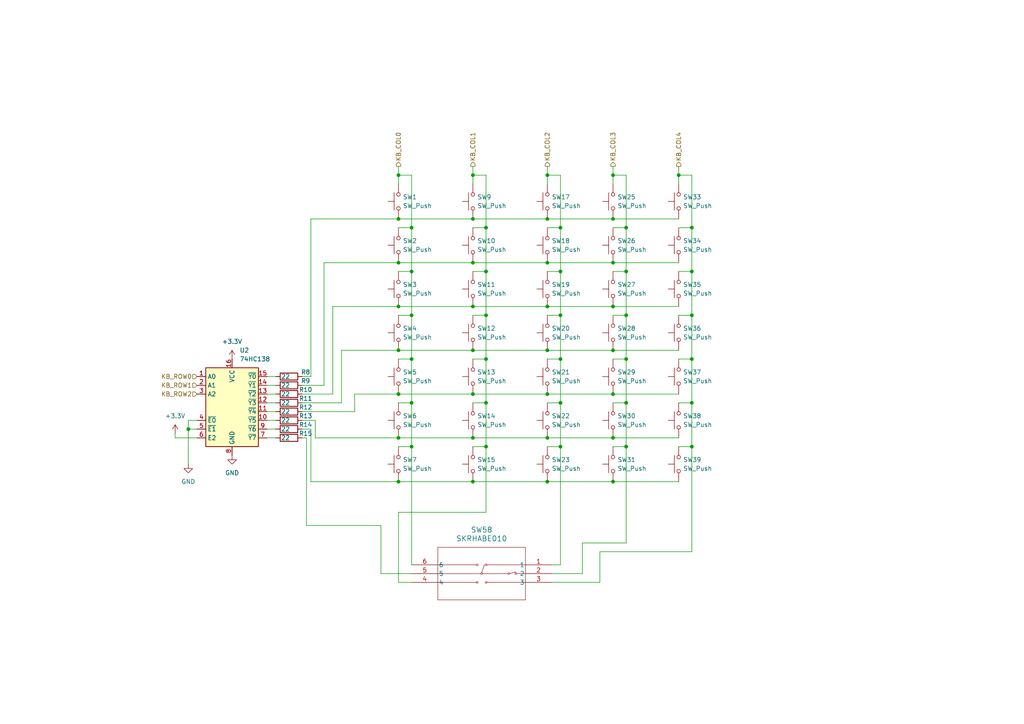
<source format=kicad_sch>
(kicad_sch (version 20231120) (generator "eeschema") (generator_version "8.0")
  (paper "A4")
  (lib_symbols
    (symbol "2024-05-18_00-01-46:SKRHABE010" (pin_names (offset 0.254))
      (property "Reference" "SW" (at 20.32 10.16 0))
      (property "Value" "SKRHABE010" (at 20.32 7.62 0))
      (symbol "SKRHABE010_0_1"
        (polyline (pts (xy 7.62 -10.16) (xy 33.02 -10.16)) (stroke (width 0.127)))
        (polyline (pts (xy 7.62 -5.08) (xy 18.796 -5.08)) (stroke (width 0.127)))
        (polyline (pts (xy 7.62 -2.54) (xy 10.16 -2.54)) (stroke (width 0.127)))
        (polyline (pts (xy 7.62 0) (xy 18.796 0)) (stroke (width 0.127)))
        (polyline (pts (xy 7.62 5.08) (xy 7.62 -10.16)) (stroke (width 0.127)))
        (polyline (pts (xy 12.192 -2.54) (xy 10.414 -2.032)) (stroke (width 0.127)))
        (polyline (pts (xy 12.7 -2.54) (xy 20.066 -2.54)) (stroke (width 0.127)))
        (polyline (pts (xy 20.32 -2.286) (xy 19.558 0)) (stroke (width 0.127)))
        (polyline (pts (xy 20.574 -2.54) (xy 33.02 -2.54)) (stroke (width 0.127)))
        (polyline (pts (xy 33.02 -10.16) (xy 33.02 5.08)) (stroke (width 0.127)))
        (polyline (pts (xy 33.02 -5.08) (xy 21.844 -5.08)) (stroke (width 0.127)))
        (polyline (pts (xy 33.02 0) (xy 21.844 0)) (stroke (width 0.127)))
        (polyline (pts (xy 33.02 5.08) (xy 7.62 5.08)) (stroke (width 0.127)))
        (circle (center 10.414 -2.54) (radius 0.254) (stroke (width 0.127)))
        (circle (center 12.446 -2.54) (radius 0.254) (stroke (width 0.127)))
        (circle (center 19.05 -5.08) (radius 0.254) (stroke (width 0.127)))
        (circle (center 19.05 0) (radius 0.254) (stroke (width 0.127)))
        (circle (center 20.32 -2.54) (radius 0.254) (stroke (width 0.127)))
        (circle (center 21.59 -5.08) (radius 0.254) (stroke (width 0.127)))
        (circle (center 21.59 0) (radius 0.254) (stroke (width 0.127)))
        (pin unspecified line (at 0 0 0) (length 7.62) (name "1") (number "1"))
        (pin unspecified line (at 0 -2.54 0) (length 7.62) (name "2") (number "2"))
        (pin unspecified line (at 0 -5.08 0) (length 7.62) (name "3") (number "3"))
        (pin unspecified line (at 40.64 -5.08 180) (length 7.62) (name "4") (number "4"))
        (pin unspecified line (at 40.64 -2.54 180) (length 7.62) (name "5") (number "5"))
        (pin unspecified line (at 40.64 0 180) (length 7.62) (name "6") (number "6"))
      )
    )
    (symbol "74xx:74HC138"
      (property "Reference" "U" (at -7.62 13.97 0))
      (property "Value" "74HC138" (at 2.54 -11.43 0))
      (symbol "74HC138_0_1"
        (rectangle (start -7.62 12.7) (end 7.62 -10.16) (stroke (width 0.254)) (fill (type background)))
      )
      (symbol "74HC138_1_1"
        (pin input line (at -10.16 10.16 0) (length 2.54) (name "A0") (number "1"))
        (pin output line (at 10.16 -2.54 180) (length 2.54) (name "~{Y5}") (number "10"))
        (pin output line (at 10.16 0 180) (length 2.54) (name "~{Y4}") (number "11"))
        (pin output line (at 10.16 2.54 180) (length 2.54) (name "~{Y3}") (number "12"))
        (pin output line (at 10.16 5.08 180) (length 2.54) (name "~{Y2}") (number "13"))
        (pin output line (at 10.16 7.62 180) (length 2.54) (name "~{Y1}") (number "14"))
        (pin output line (at 10.16 10.16 180) (length 2.54) (name "~{Y0}") (number "15"))
        (pin power_in line (at 0 15.24 270) (length 2.54) (name "VCC") (number "16"))
        (pin input line (at -10.16 7.62 0) (length 2.54) (name "A1") (number "2"))
        (pin input line (at -10.16 5.08 0) (length 2.54) (name "A2") (number "3"))
        (pin input line (at -10.16 -2.54 0) (length 2.54) (name "~{E0}") (number "4"))
        (pin input line (at -10.16 -5.08 0) (length 2.54) (name "~{E1}") (number "5"))
        (pin input line (at -10.16 -7.62 0) (length 2.54) (name "E2") (number "6"))
        (pin output line (at 10.16 -7.62 180) (length 2.54) (name "~{Y7}") (number "7"))
        (pin power_in line (at 0 -12.7 90) (length 2.54) (name "GND") (number "8"))
        (pin output line (at 10.16 -5.08 180) (length 2.54) (name "~{Y6}") (number "9"))
      )
    )
    (symbol "Device:R" (pin_numbers hide) (pin_names (offset 0))
      (property "Reference" "R" (at 2.032 0 90))
      (property "Value" "R" (at 0 0 90))
      (symbol "R_0_1"
        (rectangle (start -1.016 -2.54) (end 1.016 2.54) (stroke (width 0.254)))
      )
      (symbol "R_1_1"
        (pin passive line (at 0 3.81 270) (length 1.27) (name "~") (number "1"))
        (pin passive line (at 0 -3.81 90) (length 1.27) (name "~") (number "2"))
      )
    )
    (symbol "Switch:SW_Push" (pin_numbers hide) (pin_names (offset 1.016) hide)
      (property "Reference" "SW" (at 1.27 2.54 0))
      (property "Value" "SW_Push" (at 0 -1.524 0))
      (symbol "SW_Push_0_1"
        (circle (center -2.032 0) (radius 0.508))
        (polyline (pts (xy 0 1.27) (xy 0 3.048)))
        (polyline (pts (xy 2.54 1.27) (xy -2.54 1.27)))
        (circle (center 2.032 0) (radius 0.508))
        (pin passive line (at -5.08 0 0) (length 2.54) (name "1") (number "1"))
        (pin passive line (at 5.08 0 180) (length 2.54) (name "2") (number "2"))
      )
    )
    (symbol "power:+3.3V" (power) (pin_numbers hide) (pin_names (offset 0) hide)
      (property "Value" "+3.3V" (at 0 3.556 0))
      (symbol "+3.3V_0_1"
        (polyline (pts (xy -0.762 1.27) (xy 0 2.54)))
        (polyline (pts (xy 0 0) (xy 0 2.54)))
        (polyline (pts (xy 0 2.54) (xy 0.762 1.27)))
      )
      (symbol "+3.3V_1_1"
        (pin power_in line (at 0 0 90) (length 0) (name "~") (number "1"))
      )
    )
    (symbol "power:GND" (power) (pin_numbers hide) (pin_names (offset 0) hide)
      (property "Value" "GND" (at 0 -3.81 0))
      (symbol "GND_0_1"
        (polyline (pts (xy 0 0) (xy 0 -1.27) (xy 1.27 -1.27) (xy 0 -2.54) (xy -1.27 -1.27) (xy 0 -1.27)))
      )
      (symbol "GND_1_1"
        (pin power_in line (at 0 0 270) (length 0) (name "~") (number "1"))
      )
    )
  )
  (junction (at 200.66 104.14))
  (junction (at 162.56 116.84))
  (junction (at 137.16 63.5))
  (junction (at 115.57 139.7))
  (junction (at 140.97 104.14))
  (junction (at 137.16 127))
  (junction (at 177.8 88.9))
  (junction (at 115.57 76.2))
  (junction (at 162.56 78.74))
  (junction (at 158.75 63.5))
  (junction (at 115.57 63.5))
  (junction (at 119.38 104.14))
  (junction (at 177.8 101.6))
  (junction (at 162.56 66.04))
  (junction (at 119.38 66.04))
  (junction (at 181.61 116.84))
  (junction (at 181.61 66.04))
  (junction (at 119.38 78.74))
  (junction (at 119.38 129.54))
  (junction (at 140.97 78.74))
  (junction (at 158.75 139.7))
  (junction (at 158.75 88.9))
  (junction (at 177.8 114.3))
  (junction (at 140.97 116.84))
  (junction (at 137.16 139.7))
  (junction (at 137.16 50.8))
  (junction (at 177.8 50.8))
  (junction (at 137.16 76.2))
  (junction (at 115.57 127))
  (junction (at 137.16 88.9))
  (junction (at 162.56 129.54))
  (junction (at 119.38 116.84))
  (junction (at 115.57 88.9))
  (junction (at 200.66 91.44))
  (junction (at 158.75 76.2))
  (junction (at 200.66 66.04))
  (junction (at 177.8 139.7))
  (junction (at 162.56 104.14))
  (junction (at 140.97 129.54))
  (junction (at 115.57 114.3))
  (junction (at 115.57 101.6))
  (junction (at 196.85 50.8))
  (junction (at 137.16 101.6))
  (junction (at 200.66 116.84))
  (junction (at 200.66 78.74))
  (junction (at 140.97 91.44))
  (junction (at 158.75 127))
  (junction (at 177.8 127))
  (junction (at 181.61 91.44))
  (junction (at 115.57 50.8))
  (junction (at 158.75 101.6))
  (junction (at 181.61 78.74))
  (junction (at 158.75 50.8))
  (junction (at 162.56 91.44))
  (junction (at 177.8 63.5))
  (junction (at 200.66 129.54))
  (junction (at 140.97 66.04))
  (junction (at 181.61 129.54))
  (junction (at 137.16 114.3))
  (junction (at 54.61 124.46))
  (junction (at 158.75 114.3))
  (junction (at 177.8 76.2))
  (junction (at 119.38 91.44))
  (junction (at 181.61 104.14))
  (wire (pts (xy 162.56 91.44) (xy 158.75 91.44)))
  (wire (pts (xy 119.38 116.84) (xy 119.38 129.54)))
  (wire (pts (xy 181.61 78.74) (xy 177.8 78.74)))
  (wire (pts (xy 181.61 66.04) (xy 181.61 50.8)))
  (wire (pts (xy 200.66 116.84) (xy 200.66 129.54)))
  (wire (pts (xy 115.57 50.8) (xy 115.57 53.34)))
  (wire (pts (xy 140.97 129.54) (xy 137.16 129.54)))
  (wire (pts (xy 200.66 129.54) (xy 196.85 129.54)))
  (wire (pts (xy 200.66 104.14) (xy 200.66 116.84)))
  (wire (pts (xy 137.16 101.6) (xy 158.75 101.6)))
  (wire (pts (xy 181.61 129.54) (xy 181.61 157.48)))
  (wire (pts (xy 177.8 139.7) (xy 196.85 139.7)))
  (wire (pts (xy 140.97 129.54) (xy 140.97 148.59)))
  (wire (pts (xy 140.97 50.8) (xy 137.16 50.8)))
  (wire (pts (xy 177.8 66.04) (xy 181.61 66.04)))
  (wire (pts (xy 119.38 129.54) (xy 115.57 129.54)))
  (wire (pts (xy 162.56 116.84) (xy 162.56 129.54)))
  (wire (pts (xy 181.61 116.84) (xy 177.8 116.84)))
  (wire (pts (xy 168.91 166.37) (xy 168.91 157.48)))
  (wire (pts (xy 140.97 116.84) (xy 140.97 129.54)))
  (wire (pts (xy 140.97 66.04) (xy 140.97 50.8)))
  (wire (pts (xy 200.66 78.74) (xy 200.66 91.44)))
  (wire (pts (xy 119.38 78.74) (xy 115.57 78.74)))
  (wire (pts (xy 200.66 50.8) (xy 196.85 50.8)))
  (wire (pts (xy 119.38 116.84) (xy 115.57 116.84)))
  (wire (pts (xy 181.61 116.84) (xy 181.61 129.54)))
  (wire (pts (xy 168.91 157.48) (xy 181.61 157.48)))
  (wire (pts (xy 119.38 91.44) (xy 115.57 91.44)))
  (wire (pts (xy 115.57 88.9) (xy 137.16 88.9)))
  (wire (pts (xy 119.38 50.8) (xy 115.57 50.8)))
  (wire (pts (xy 158.75 76.2) (xy 177.8 76.2)))
  (wire (pts (xy 119.38 91.44) (xy 119.38 104.14)))
  (wire (pts (xy 162.56 78.74) (xy 158.75 78.74)))
  (wire (pts (xy 88.9 152.4) (xy 88.9 127)))
  (wire (pts (xy 77.47 111.76) (xy 80.01 111.76)))
  (wire (pts (xy 99.06 116.84) (xy 99.06 101.6)))
  (wire (pts (xy 115.57 168.91) (xy 119.38 168.91)))
  (wire (pts (xy 137.16 48.26) (xy 137.16 50.8)))
  (wire (pts (xy 119.38 66.04) (xy 119.38 50.8)))
  (wire (pts (xy 196.85 50.8) (xy 196.85 53.34)))
  (wire (pts (xy 158.75 48.26) (xy 158.75 50.8)))
  (wire (pts (xy 137.16 127) (xy 158.75 127)))
  (wire (pts (xy 158.75 114.3) (xy 177.8 114.3)))
  (wire (pts (xy 160.02 168.91) (xy 173.99 168.91)))
  (wire (pts (xy 162.56 78.74) (xy 162.56 91.44)))
  (wire (pts (xy 137.16 66.04) (xy 140.97 66.04)))
  (wire (pts (xy 87.63 109.22) (xy 90.17 109.22)))
  (wire (pts (xy 102.87 119.38) (xy 102.87 114.3)))
  (wire (pts (xy 140.97 78.74) (xy 140.97 91.44)))
  (wire (pts (xy 87.63 119.38) (xy 102.87 119.38)))
  (wire (pts (xy 158.75 63.5) (xy 177.8 63.5)))
  (wire (pts (xy 93.98 76.2) (xy 115.57 76.2)))
  (wire (pts (xy 200.66 129.54) (xy 200.66 160.02)))
  (wire (pts (xy 200.66 66.04) (xy 200.66 78.74)))
  (wire (pts (xy 181.61 104.14) (xy 177.8 104.14)))
  (wire (pts (xy 140.97 66.04) (xy 140.97 78.74)))
  (wire (pts (xy 110.49 166.37) (xy 110.49 152.4)))
  (wire (pts (xy 90.17 63.5) (xy 90.17 109.22)))
  (wire (pts (xy 158.75 50.8) (xy 158.75 53.34)))
  (wire (pts (xy 137.16 63.5) (xy 158.75 63.5)))
  (wire (pts (xy 200.66 78.74) (xy 196.85 78.74)))
  (wire (pts (xy 77.47 121.92) (xy 80.01 121.92)))
  (wire (pts (xy 177.8 48.26) (xy 177.8 50.8)))
  (wire (pts (xy 115.57 63.5) (xy 137.16 63.5)))
  (wire (pts (xy 50.8 127) (xy 50.8 125.73)))
  (wire (pts (xy 115.57 127) (xy 137.16 127)))
  (wire (pts (xy 115.57 139.7) (xy 137.16 139.7)))
  (wire (pts (xy 87.63 111.76) (xy 93.98 111.76)))
  (wire (pts (xy 200.66 91.44) (xy 196.85 91.44)))
  (wire (pts (xy 196.85 48.26) (xy 196.85 50.8)))
  (wire (pts (xy 196.85 66.04) (xy 200.66 66.04)))
  (wire (pts (xy 54.61 124.46) (xy 54.61 121.92)))
  (wire (pts (xy 173.99 168.91) (xy 173.99 160.02)))
  (wire (pts (xy 173.99 160.02) (xy 200.66 160.02)))
  (wire (pts (xy 87.63 116.84) (xy 99.06 116.84)))
  (wire (pts (xy 96.52 88.9) (xy 115.57 88.9)))
  (wire (pts (xy 96.52 114.3) (xy 96.52 88.9)))
  (wire (pts (xy 57.15 127) (xy 50.8 127)))
  (wire (pts (xy 87.63 121.92) (xy 91.44 121.92)))
  (wire (pts (xy 91.44 121.92) (xy 91.44 127)))
  (wire (pts (xy 54.61 134.62) (xy 54.61 124.46)))
  (wire (pts (xy 91.44 127) (xy 115.57 127)))
  (wire (pts (xy 140.97 104.14) (xy 137.16 104.14)))
  (wire (pts (xy 119.38 66.04) (xy 119.38 78.74)))
  (wire (pts (xy 181.61 91.44) (xy 181.61 104.14)))
  (wire (pts (xy 177.8 88.9) (xy 196.85 88.9)))
  (wire (pts (xy 137.16 88.9) (xy 158.75 88.9)))
  (wire (pts (xy 140.97 148.59) (xy 115.57 148.59)))
  (wire (pts (xy 177.8 76.2) (xy 196.85 76.2)))
  (wire (pts (xy 119.38 78.74) (xy 119.38 91.44)))
  (wire (pts (xy 158.75 66.04) (xy 162.56 66.04)))
  (wire (pts (xy 119.38 104.14) (xy 119.38 116.84)))
  (wire (pts (xy 115.57 48.26) (xy 115.57 50.8)))
  (wire (pts (xy 102.87 114.3) (xy 115.57 114.3)))
  (wire (pts (xy 162.56 66.04) (xy 162.56 78.74)))
  (wire (pts (xy 137.16 76.2) (xy 158.75 76.2)))
  (wire (pts (xy 181.61 66.04) (xy 181.61 78.74)))
  (wire (pts (xy 137.16 114.3) (xy 158.75 114.3)))
  (wire (pts (xy 162.56 104.14) (xy 162.56 116.84)))
  (wire (pts (xy 177.8 114.3) (xy 196.85 114.3)))
  (wire (pts (xy 177.8 50.8) (xy 177.8 53.34)))
  (wire (pts (xy 158.75 88.9) (xy 177.8 88.9)))
  (wire (pts (xy 162.56 66.04) (xy 162.56 50.8)))
  (wire (pts (xy 77.47 127) (xy 80.01 127)))
  (wire (pts (xy 200.66 66.04) (xy 200.66 50.8)))
  (wire (pts (xy 162.56 50.8) (xy 158.75 50.8)))
  (wire (pts (xy 77.47 109.22) (xy 80.01 109.22)))
  (wire (pts (xy 77.47 116.84) (xy 80.01 116.84)))
  (wire (pts (xy 177.8 101.6) (xy 196.85 101.6)))
  (wire (pts (xy 115.57 101.6) (xy 137.16 101.6)))
  (wire (pts (xy 77.47 119.38) (xy 80.01 119.38)))
  (wire (pts (xy 140.97 78.74) (xy 137.16 78.74)))
  (wire (pts (xy 158.75 101.6) (xy 177.8 101.6)))
  (wire (pts (xy 162.56 129.54) (xy 162.56 163.83)))
  (wire (pts (xy 87.63 124.46) (xy 90.17 124.46)))
  (wire (pts (xy 177.8 63.5) (xy 196.85 63.5)))
  (wire (pts (xy 119.38 166.37) (xy 110.49 166.37)))
  (wire (pts (xy 115.57 114.3) (xy 137.16 114.3)))
  (wire (pts (xy 158.75 127) (xy 177.8 127)))
  (wire (pts (xy 93.98 111.76) (xy 93.98 76.2)))
  (wire (pts (xy 140.97 104.14) (xy 140.97 116.84)))
  (wire (pts (xy 200.66 91.44) (xy 200.66 104.14)))
  (wire (pts (xy 90.17 124.46) (xy 90.17 139.7)))
  (wire (pts (xy 181.61 91.44) (xy 177.8 91.44)))
  (wire (pts (xy 90.17 63.5) (xy 115.57 63.5)))
  (wire (pts (xy 162.56 91.44) (xy 162.56 104.14)))
  (wire (pts (xy 54.61 124.46) (xy 57.15 124.46)))
  (wire (pts (xy 181.61 50.8) (xy 177.8 50.8)))
  (wire (pts (xy 87.63 114.3) (xy 96.52 114.3)))
  (wire (pts (xy 181.61 104.14) (xy 181.61 116.84)))
  (wire (pts (xy 90.17 139.7) (xy 115.57 139.7)))
  (wire (pts (xy 115.57 76.2) (xy 137.16 76.2)))
  (wire (pts (xy 160.02 166.37) (xy 168.91 166.37)))
  (wire (pts (xy 137.16 50.8) (xy 137.16 53.34)))
  (wire (pts (xy 140.97 91.44) (xy 137.16 91.44)))
  (wire (pts (xy 162.56 129.54) (xy 158.75 129.54)))
  (wire (pts (xy 140.97 116.84) (xy 137.16 116.84)))
  (wire (pts (xy 119.38 129.54) (xy 119.38 163.83)))
  (wire (pts (xy 158.75 139.7) (xy 177.8 139.7)))
  (wire (pts (xy 88.9 152.4) (xy 110.49 152.4)))
  (wire (pts (xy 140.97 91.44) (xy 140.97 104.14)))
  (wire (pts (xy 200.66 104.14) (xy 196.85 104.14)))
  (wire (pts (xy 181.61 129.54) (xy 177.8 129.54)))
  (wire (pts (xy 88.9 127) (xy 87.63 127)))
  (wire (pts (xy 160.02 163.83) (xy 162.56 163.83)))
  (wire (pts (xy 99.06 101.6) (xy 115.57 101.6)))
  (wire (pts (xy 137.16 139.7) (xy 158.75 139.7)))
  (wire (pts (xy 77.47 114.3) (xy 80.01 114.3)))
  (wire (pts (xy 177.8 127) (xy 196.85 127)))
  (wire (pts (xy 115.57 148.59) (xy 115.57 168.91)))
  (wire (pts (xy 77.47 124.46) (xy 80.01 124.46)))
  (wire (pts (xy 119.38 104.14) (xy 115.57 104.14)))
  (wire (pts (xy 181.61 78.74) (xy 181.61 91.44)))
  (wire (pts (xy 200.66 116.84) (xy 196.85 116.84)))
  (wire (pts (xy 115.57 66.04) (xy 119.38 66.04)))
  (wire (pts (xy 162.56 116.84) (xy 158.75 116.84)))
  (wire (pts (xy 54.61 121.92) (xy 57.15 121.92)))
  (wire (pts (xy 162.56 104.14) (xy 158.75 104.14)))
  (hierarchical_label "KB_ROW0" (shape input) (at 57.15 109.22 180))
  (hierarchical_label "KB_COL3" (shape output) (at 177.8 48.26 90))
  (hierarchical_label "KB_COL2" (shape output) (at 158.75 48.26 90))
  (hierarchical_label "KB_ROW1" (shape input) (at 57.15 111.76 180))
  (hierarchical_label "KB_COL1" (shape output) (at 137.16 48.26 90))
  (hierarchical_label "KB_ROW2" (shape input) (at 57.15 114.3 180))
  (hierarchical_label "KB_COL0" (shape output) (at 115.57 48.26 90))
  (hierarchical_label "KB_COL4" (shape output) (at 196.85 48.26 90))
  (symbol (lib_id "Switch:SW_Push") (at 158.75 121.92 90) (unit 1)
    (property "Reference" "SW22" (at 160.02 120.6499 90) (effects (justify right)))
    (property "Value" "SW_Push" (at 160.02 123.1899 90) (effects (justify right)))
    (property "Footprint" "lib:bottonepiccolo_C2888430" (effects (hide yes)))
    (property "Description" "Push button switch, generic, two pins" (effects (hide yes)))
  )
  (symbol (lib_id "Switch:SW_Push") (at 137.16 109.22 90) (unit 1)
    (property "Reference" "SW13" (at 138.43 107.9499 90) (effects (justify right)))
    (property "Value" "SW_Push" (at 138.43 110.4899 90) (effects (justify right)))
    (property "Footprint" "lib:bottonepiccolo_C2888430" (effects (hide yes)))
    (property "Description" "Push button switch, generic, two pins" (effects (hide yes)))
  )
  (symbol (lib_id "Switch:SW_Push") (at 177.8 83.82 90) (unit 1)
    (property "Reference" "SW27" (at 179.07 82.5499 90) (effects (justify right)))
    (property "Value" "SW_Push" (at 179.07 85.0899 90) (effects (justify right)))
    (property "Footprint" "lib:bottonepiccolo_C2888430" (effects (hide yes)))
    (property "Description" "Push button switch, generic, two pins" (effects (hide yes)))
  )
  (symbol (lib_id "Device:R") (at 83.82 124.46 90) (unit 1)
    (property "Reference" "R14" (at 88.646 123.19 90))
    (property "Value" "22" (at 82.804 124.46 90))
    (property "Footprint" "Resistor_SMD:R_0603_1608Metric" (effects (hide yes)))
    (property "Description" "Resistor" (effects (hide yes)))
  )
  (symbol (lib_id "power:+3.3V") (at 67.31 104.14 0) (unit 1)
    (property "Reference" "#PWR09" (effects (hide yes)))
    (property "Value" "+3.3V" (at 67.31 99.06 0))
    (property "Description" "Power symbol creates a global label with name \"+3.3V\"" (effects (hide yes)))
  )
  (symbol (lib_id "Device:R") (at 83.82 111.76 90) (unit 1)
    (property "Reference" "R9" (at 88.646 110.49 90))
    (property "Value" "22" (at 82.804 111.76 90))
    (property "Footprint" "Resistor_SMD:R_0603_1608Metric" (effects (hide yes)))
    (property "Description" "Resistor" (effects (hide yes)))
  )
  (symbol (lib_id "Switch:SW_Push") (at 137.16 71.12 90) (unit 1)
    (property "Reference" "SW10" (at 138.43 69.8499 90) (effects (justify right)))
    (property "Value" "SW_Push" (at 138.43 72.3899 90) (effects (justify right)))
    (property "Footprint" "lib:bottonepiccolo_C2888430" (effects (hide yes)))
    (property "Description" "Push button switch, generic, two pins" (effects (hide yes)))
  )
  (symbol (lib_id "Switch:SW_Push") (at 115.57 71.12 90) (unit 1)
    (property "Reference" "SW2" (at 116.84 69.8499 90) (effects (justify right)))
    (property "Value" "SW_Push" (at 116.84 72.3899 90) (effects (justify right)))
    (property "Footprint" "lib:bottonepiccolo_C2888430" (effects (hide yes)))
    (property "Description" "Push button switch, generic, two pins" (effects (hide yes)))
  )
  (symbol (lib_id "Device:R") (at 83.82 121.92 90) (unit 1)
    (property "Reference" "R13" (at 88.646 120.65 90))
    (property "Value" "22" (at 82.804 121.92 90))
    (property "Footprint" "Resistor_SMD:R_0603_1608Metric" (effects (hide yes)))
    (property "Description" "Resistor" (effects (hide yes)))
  )
  (symbol (lib_id "Switch:SW_Push") (at 137.16 121.92 90) (unit 1)
    (property "Reference" "SW14" (at 138.43 120.6499 90) (effects (justify right)))
    (property "Value" "SW_Push" (at 138.43 123.1899 90) (effects (justify right)))
    (property "Footprint" "lib:bottonepiccolo_C2888430" (effects (hide yes)))
    (property "Description" "Push button switch, generic, two pins" (effects (hide yes)))
  )
  (symbol (lib_id "Switch:SW_Push") (at 137.16 58.42 90) (unit 1)
    (property "Reference" "SW9" (at 138.43 57.1499 90) (effects (justify right)))
    (property "Value" "SW_Push" (at 138.43 59.6899 90) (effects (justify right)))
    (property "Footprint" "lib:bottonepiccolo_C2888430" (effects (hide yes)))
    (property "Description" "Push button switch, generic, two pins" (effects (hide yes)))
  )
  (symbol (lib_id "Switch:SW_Push") (at 177.8 58.42 90) (unit 1)
    (property "Reference" "SW25" (at 179.07 57.1499 90) (effects (justify right)))
    (property "Value" "SW_Push" (at 179.07 59.6899 90) (effects (justify right)))
    (property "Footprint" "lib:bottonepiccolo_C2888430" (effects (hide yes)))
    (property "Description" "Push button switch, generic, two pins" (effects (hide yes)))
  )
  (symbol (lib_id "Switch:SW_Push") (at 158.75 109.22 90) (unit 1)
    (property "Reference" "SW21" (at 160.02 107.9499 90) (effects (justify right)))
    (property "Value" "SW_Push" (at 160.02 110.4899 90) (effects (justify right)))
    (property "Footprint" "lib:bottonepiccolo_C2888430" (effects (hide yes)))
    (property "Description" "Push button switch, generic, two pins" (effects (hide yes)))
  )
  (symbol (lib_id "Switch:SW_Push") (at 115.57 83.82 90) (unit 1)
    (property "Reference" "SW3" (at 116.84 82.5499 90) (effects (justify right)))
    (property "Value" "SW_Push" (at 116.84 85.0899 90) (effects (justify right)))
    (property "Footprint" "lib:bottonepiccolo_C2888430" (effects (hide yes)))
    (property "Description" "Push button switch, generic, two pins" (effects (hide yes)))
  )
  (symbol (lib_id "Switch:SW_Push") (at 177.8 71.12 90) (unit 1)
    (property "Reference" "SW26" (at 179.07 69.8499 90) (effects (justify right)))
    (property "Value" "SW_Push" (at 179.07 72.3899 90) (effects (justify right)))
    (property "Footprint" "lib:bottonepiccolo_C2888430" (effects (hide yes)))
    (property "Description" "Push button switch, generic, two pins" (effects (hide yes)))
  )
  (symbol (lib_id "2024-05-18_00-01-46:SKRHABE010") (at 160.02 163.83 0) (mirror y) (unit 1)
    (property "Reference" "SW58" (at 139.7 153.67 0) (effects (font (size 1.524 1.524))))
    (property "Value" "SKRHABE010" (at 139.7 156.21 0) (effects (font (size 1.524 1.524))))
    (property "Footprint" "lib:SKRHABE010_ALPS" (effects (hide yes)))
    (property "Datasheet" "SKRHABE010" (effects (hide yes)))
  )
  (symbol (lib_id "Switch:SW_Push") (at 196.85 83.82 90) (unit 1)
    (property "Reference" "SW35" (at 198.12 82.5499 90) (effects (justify right)))
    (property "Value" "SW_Push" (at 198.12 85.0899 90) (effects (justify right)))
    (property "Footprint" "lib:bottonepiccolo_C2888430" (effects (hide yes)))
    (property "Description" "Push button switch, generic, two pins" (effects (hide yes)))
  )
  (symbol (lib_id "Switch:SW_Push") (at 158.75 83.82 90) (unit 1)
    (property "Reference" "SW19" (at 160.02 82.5499 90) (effects (justify right)))
    (property "Value" "SW_Push" (at 160.02 85.0899 90) (effects (justify right)))
    (property "Footprint" "lib:bottonepiccolo_C2888430" (effects (hide yes)))
    (property "Description" "Push button switch, generic, two pins" (effects (hide yes)))
  )
  (symbol (lib_id "Switch:SW_Push") (at 196.85 109.22 90) (unit 1)
    (property "Reference" "SW37" (at 198.12 107.9499 90) (effects (justify right)))
    (property "Value" "SW_Push" (at 198.12 110.4899 90) (effects (justify right)))
    (property "Footprint" "lib:bottonepiccolo_C2888430" (effects (hide yes)))
    (property "Description" "Push button switch, generic, two pins" (effects (hide yes)))
  )
  (symbol (lib_id "Switch:SW_Push") (at 115.57 96.52 90) (unit 1)
    (property "Reference" "SW4" (at 116.84 95.2499 90) (effects (justify right)))
    (property "Value" "SW_Push" (at 116.84 97.7899 90) (effects (justify right)))
    (property "Footprint" "lib:bottonepiccolo_C2888430" (effects (hide yes)))
    (property "Description" "Push button switch, generic, two pins" (effects (hide yes)))
  )
  (symbol (lib_id "Switch:SW_Push") (at 177.8 121.92 90) (unit 1)
    (property "Reference" "SW30" (at 179.07 120.6499 90) (effects (justify right)))
    (property "Value" "SW_Push" (at 179.07 123.1899 90) (effects (justify right)))
    (property "Footprint" "lib:bottonepiccolo_C2888430" (effects (hide yes)))
    (property "Description" "Push button switch, generic, two pins" (effects (hide yes)))
  )
  (symbol (lib_id "Device:R") (at 83.82 116.84 90) (unit 1)
    (property "Reference" "R11" (at 88.646 115.57 90))
    (property "Value" "22" (at 82.804 116.84 90))
    (property "Footprint" "Resistor_SMD:R_0603_1608Metric" (effects (hide yes)))
    (property "Description" "Resistor" (effects (hide yes)))
  )
  (symbol (lib_id "Switch:SW_Push") (at 177.8 96.52 90) (unit 1)
    (property "Reference" "SW28" (at 179.07 95.2499 90) (effects (justify right)))
    (property "Value" "SW_Push" (at 179.07 97.7899 90) (effects (justify right)))
    (property "Footprint" "lib:bottonepiccolo_C2888430" (effects (hide yes)))
    (property "Description" "Push button switch, generic, two pins" (effects (hide yes)))
  )
  (symbol (lib_id "Switch:SW_Push") (at 196.85 58.42 90) (unit 1)
    (property "Reference" "SW33" (at 198.12 57.1499 90) (effects (justify right)))
    (property "Value" "SW_Push" (at 198.12 59.6899 90) (effects (justify right)))
    (property "Footprint" "lib:bottonepiccolo_C2888430" (effects (hide yes)))
    (property "Description" "Push button switch, generic, two pins" (effects (hide yes)))
  )
  (symbol (lib_id "Switch:SW_Push") (at 137.16 96.52 90) (unit 1)
    (property "Reference" "SW12" (at 138.43 95.2499 90) (effects (justify right)))
    (property "Value" "SW_Push" (at 138.43 97.7899 90) (effects (justify right)))
    (property "Footprint" "lib:bottonepiccolo_C2888430" (effects (hide yes)))
    (property "Description" "Push button switch, generic, two pins" (effects (hide yes)))
  )
  (symbol (lib_id "Switch:SW_Push") (at 158.75 58.42 90) (unit 1)
    (property "Reference" "SW17" (at 160.02 57.1499 90) (effects (justify right)))
    (property "Value" "SW_Push" (at 160.02 59.6899 90) (effects (justify right)))
    (property "Footprint" "lib:bottonepiccolo_C2888430" (effects (hide yes)))
    (property "Description" "Push button switch, generic, two pins" (effects (hide yes)))
  )
  (symbol (lib_id "Switch:SW_Push") (at 158.75 134.62 90) (unit 1)
    (property "Reference" "SW23" (at 160.02 133.3499 90) (effects (justify right)))
    (property "Value" "SW_Push" (at 160.02 135.8899 90) (effects (justify right)))
    (property "Footprint" "lib:bottonepiccolo_C2888430" (effects (hide yes)))
    (property "Description" "Push button switch, generic, two pins" (effects (hide yes)))
  )
  (symbol (lib_id "Device:R") (at 83.82 109.22 90) (unit 1)
    (property "Reference" "R8" (at 88.646 107.95 90))
    (property "Value" "22" (at 82.804 109.22 90))
    (property "Footprint" "Resistor_SMD:R_0603_1608Metric" (effects (hide yes)))
    (property "Description" "Resistor" (effects (hide yes)))
  )
  (symbol (lib_id "Switch:SW_Push") (at 115.57 109.22 90) (unit 1)
    (property "Reference" "SW5" (at 116.84 107.9499 90) (effects (justify right)))
    (property "Value" "SW_Push" (at 116.84 110.4899 90) (effects (justify right)))
    (property "Footprint" "lib:bottonepiccolo_C2888430" (effects (hide yes)))
    (property "Description" "Push button switch, generic, two pins" (effects (hide yes)))
  )
  (symbol (lib_id "power:GND") (at 54.61 134.62 0) (unit 1)
    (property "Reference" "#PWR08" (effects (hide yes)))
    (property "Value" "GND" (at 54.61 139.7 0))
    (property "Description" "Power symbol creates a global label with name \"GND\" , ground" (effects (hide yes)))
  )
  (symbol (lib_id "Switch:SW_Push") (at 115.57 134.62 90) (unit 1)
    (property "Reference" "SW7" (at 116.84 133.3499 90) (effects (justify right)))
    (property "Value" "SW_Push" (at 116.84 135.8899 90) (effects (justify right)))
    (property "Footprint" "lib:bottonepiccolo_C2888430" (effects (hide yes)))
    (property "Description" "Push button switch, generic, two pins" (effects (hide yes)))
  )
  (symbol (lib_id "Switch:SW_Push") (at 115.57 121.92 90) (unit 1)
    (property "Reference" "SW6" (at 116.84 120.6499 90) (effects (justify right)))
    (property "Value" "SW_Push" (at 116.84 123.1899 90) (effects (justify right)))
    (property "Footprint" "lib:bottonepiccolo_C2888430" (effects (hide yes)))
    (property "Description" "Push button switch, generic, two pins" (effects (hide yes)))
  )
  (symbol (lib_id "74xx:74HC138") (at 67.31 119.38 0) (unit 1)
    (property "Reference" "U2" (at 69.5041 101.6 0) (effects (justify left)))
    (property "Value" "74HC138" (at 69.5041 104.14 0) (effects (justify left)))
    (property "Footprint" "Package_SO:SOIC-16_3.9x9.9mm_P1.27mm" (effects (hide yes)))
    (property "Datasheet" "http://www.ti.com/lit/ds/symlink/cd74hc238.pdf" (effects (hide yes)))
    (property "Description" "3-to-8 line decoder/multiplexer inverting, DIP-16/SOIC-16/SSOP-16" (effects (hide yes)))
    (property "LCSC" "C2906780" (effects (hide yes)))
  )
  (symbol (lib_id "Switch:SW_Push") (at 158.75 96.52 90) (unit 1)
    (property "Reference" "SW20" (at 160.02 95.2499 90) (effects (justify right)))
    (property "Value" "SW_Push" (at 160.02 97.7899 90) (effects (justify right)))
    (property "Footprint" "lib:bottonepiccolo_C2888430" (effects (hide yes)))
    (property "Description" "Push button switch, generic, two pins" (effects (hide yes)))
  )
  (symbol (lib_id "Device:R") (at 83.82 119.38 90) (unit 1)
    (property "Reference" "R12" (at 88.646 118.11 90))
    (property "Value" "22" (at 82.804 119.38 90))
    (property "Footprint" "Resistor_SMD:R_0603_1608Metric" (effects (hide yes)))
    (property "Description" "Resistor" (effects (hide yes)))
  )
  (symbol (lib_id "Switch:SW_Push") (at 196.85 71.12 90) (unit 1)
    (property "Reference" "SW34" (at 198.12 69.8499 90) (effects (justify right)))
    (property "Value" "SW_Push" (at 198.12 72.3899 90) (effects (justify right)))
    (property "Footprint" "lib:bottonepiccolo_C2888430" (effects (hide yes)))
    (property "Description" "Push button switch, generic, two pins" (effects (hide yes)))
  )
  (symbol (lib_id "Switch:SW_Push") (at 177.8 109.22 90) (unit 1)
    (property "Reference" "SW29" (at 179.07 107.9499 90) (effects (justify right)))
    (property "Value" "SW_Push" (at 179.07 110.4899 90) (effects (justify right)))
    (property "Footprint" "lib:bottonepiccolo_C2888430" (effects (hide yes)))
    (property "Description" "Push button switch, generic, two pins" (effects (hide yes)))
  )
  (symbol (lib_id "power:+3.3V") (at 50.8 125.73 0) (unit 1)
    (property "Reference" "#PWR07" (effects (hide yes)))
    (property "Value" "+3.3V" (at 50.8 120.65 0))
    (property "Description" "Power symbol creates a global label with name \"+3.3V\"" (effects (hide yes)))
  )
  (symbol (lib_id "Switch:SW_Push") (at 177.8 134.62 90) (unit 1)
    (property "Reference" "SW31" (at 179.07 133.3499 90) (effects (justify right)))
    (property "Value" "SW_Push" (at 179.07 135.8899 90) (effects (justify right)))
    (property "Footprint" "lib:bottonepiccolo_C2888430" (effects (hide yes)))
    (property "Description" "Push button switch, generic, two pins" (effects (hide yes)))
  )
  (symbol (lib_id "Device:R") (at 83.82 114.3 90) (unit 1)
    (property "Reference" "R10" (at 88.646 113.03 90))
    (property "Value" "22" (at 82.804 114.3 90))
    (property "Footprint" "Resistor_SMD:R_0603_1608Metric" (effects (hide yes)))
    (property "Description" "Resistor" (effects (hide yes)))
  )
  (symbol (lib_id "Switch:SW_Push") (at 158.75 71.12 90) (unit 1)
    (property "Reference" "SW18" (at 160.02 69.8499 90) (effects (justify right)))
    (property "Value" "SW_Push" (at 160.02 72.3899 90) (effects (justify right)))
    (property "Footprint" "lib:bottonepiccolo_C2888430" (effects (hide yes)))
    (property "Description" "Push button switch, generic, two pins" (effects (hide yes)))
  )
  (symbol (lib_id "Switch:SW_Push") (at 137.16 134.62 90) (unit 1)
    (property "Reference" "SW15" (at 138.43 133.3499 90) (effects (justify right)))
    (property "Value" "SW_Push" (at 138.43 135.8899 90) (effects (justify right)))
    (property "Footprint" "lib:bottonepiccolo_C2888430" (effects (hide yes)))
    (property "Description" "Push button switch, generic, two pins" (effects (hide yes)))
  )
  (symbol (lib_id "Device:R") (at 83.82 127 90) (unit 1)
    (property "Reference" "R15" (at 88.646 125.73 90))
    (property "Value" "22" (at 82.804 127 90))
    (property "Footprint" "Resistor_SMD:R_0603_1608Metric" (effects (hide yes)))
    (property "Description" "Resistor" (effects (hide yes)))
  )
  (symbol (lib_id "Switch:SW_Push") (at 196.85 96.52 90) (unit 1)
    (property "Reference" "SW36" (at 198.12 95.2499 90) (effects (justify right)))
    (property "Value" "SW_Push" (at 198.12 97.7899 90) (effects (justify right)))
    (property "Footprint" "lib:bottonepiccolo_C2888430" (effects (hide yes)))
    (property "Description" "Push button switch, generic, two pins" (effects (hide yes)))
  )
  (symbol (lib_id "Switch:SW_Push") (at 196.85 134.62 90) (unit 1)
    (property "Reference" "SW39" (at 198.12 133.3499 90) (effects (justify right)))
    (property "Value" "SW_Push" (at 198.12 135.8899 90) (effects (justify right)))
    (property "Footprint" "lib:bottonepiccolo_C2888430" (effects (hide yes)))
    (property "Description" "Push button switch, generic, two pins" (effects (hide yes)))
  )
  (symbol (lib_id "Switch:SW_Push") (at 137.16 83.82 90) (unit 1)
    (property "Reference" "SW11" (at 138.43 82.5499 90) (effects (justify right)))
    (property "Value" "SW_Push" (at 138.43 85.0899 90) (effects (justify right)))
    (property "Footprint" "lib:bottonepiccolo_C2888430" (effects (hide yes)))
    (property "Description" "Push button switch, generic, two pins" (effects (hide yes)))
  )
  (symbol (lib_id "Switch:SW_Push") (at 196.85 121.92 90) (unit 1)
    (property "Reference" "SW38" (at 198.12 120.6499 90) (effects (justify right)))
    (property "Value" "SW_Push" (at 198.12 123.1899 90) (effects (justify right)))
    (property "Footprint" "lib:bottonepiccolo_C2888430" (effects (hide yes)))
    (property "Description" "Push button switch, generic, two pins" (effects (hide yes)))
  )
  (symbol (lib_id "Switch:SW_Push") (at 115.57 58.42 90) (unit 1)
    (property "Reference" "SW1" (at 116.84 57.1499 90) (effects (justify right)))
    (property "Value" "SW_Push" (at 116.84 59.6899 90) (effects (justify right)))
    (property "Footprint" "lib:bottonepiccolo_C2888430" (effects (hide yes)))
    (property "Description" "Push button switch, generic, two pins" (effects (hide yes)))
  )
  (symbol (lib_id "power:GND") (at 67.31 132.08 0) (unit 1)
    (property "Reference" "#PWR010" (effects (hide yes)))
    (property "Value" "GND" (at 67.31 137.16 0))
    (property "Description" "Power symbol creates a global label with name \"GND\" , ground" (effects (hide yes)))
  )
)
</source>
